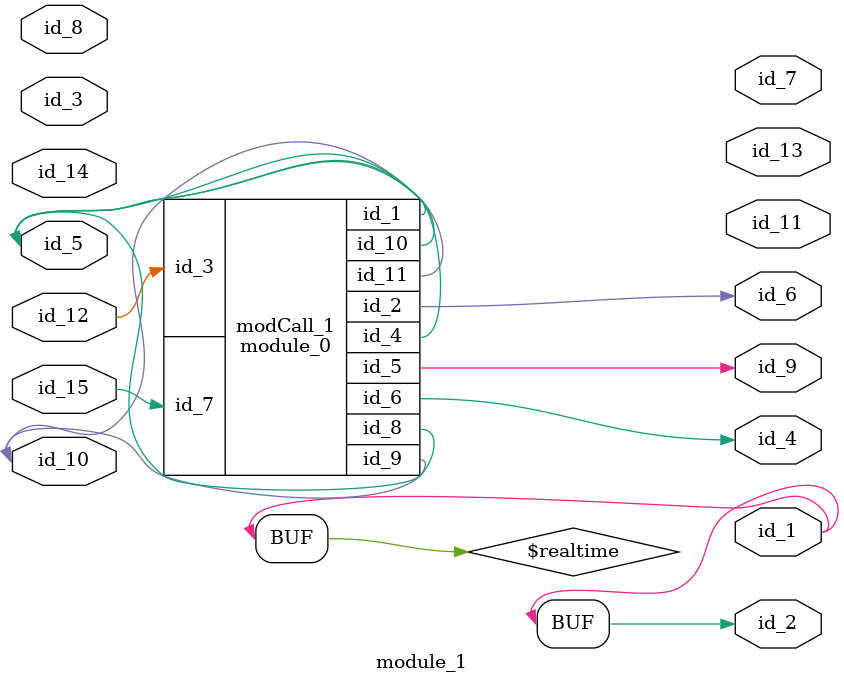
<source format=v>
module module_0 (
    id_1,
    id_2,
    id_3,
    id_4,
    id_5,
    id_6,
    id_7,
    id_8,
    id_9,
    id_10,
    id_11
);
  inout wire id_11;
  inout wire id_10;
  output wire id_9;
  inout wire id_8;
  input wire id_7;
  output wire id_6;
  output wire id_5;
  inout wire id_4;
  input wire id_3;
  output wire id_2;
  inout wire id_1;
  assign id_6 = $realtime;
  wire id_12;
endmodule
module module_1 (
    id_1,
    id_2,
    id_3,
    id_4,
    id_5,
    id_6,
    id_7,
    id_8,
    id_9,
    id_10,
    id_11,
    id_12,
    id_13,
    id_14,
    id_15
);
  input wire id_15;
  input wire id_14;
  output wire id_13;
  input wire id_12;
  output wire id_11;
  inout wire id_10;
  output wire id_9;
  input wire id_8;
  output wire id_7;
  output wire id_6;
  inout wire id_5;
  output wire id_4;
  input wire id_3;
  output wire id_2;
  output wire id_1;
  assign id_2 = $realtime;
  module_0 modCall_1 (
      id_5,
      id_6,
      id_12,
      id_5,
      id_9,
      id_4,
      id_15,
      id_5,
      id_10,
      id_5,
      id_10
  );
  wire id_16;
  assign id_1 = $realtime;
endmodule

</source>
